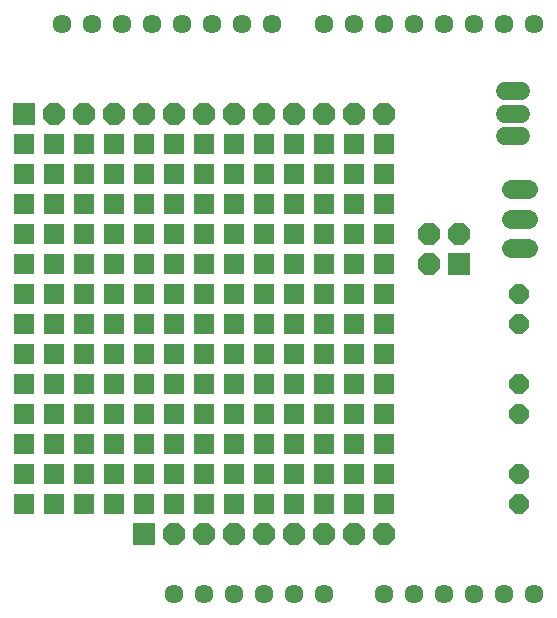
<source format=gbs>
G75*
G70*
%OFA0B0*%
%FSLAX24Y24*%
%IPPOS*%
%LPD*%
%AMOC8*
5,1,8,0,0,1.08239X$1,22.5*
%
%ADD10C,0.0635*%
%ADD11C,0.0640*%
%ADD12C,0.0596*%
%ADD13OC8,0.0640*%
%ADD14R,0.0720X0.0720*%
%ADD15OC8,0.0720*%
%ADD16R,0.0680X0.0680*%
D10*
X005752Y001181D03*
X006752Y001181D03*
X007752Y001181D03*
X008752Y001181D03*
X009752Y001181D03*
X010752Y001181D03*
X012752Y001181D03*
X013752Y001181D03*
X014752Y001181D03*
X015752Y001181D03*
X016752Y001181D03*
X017752Y001181D03*
X017752Y020181D03*
X016752Y020181D03*
X015752Y020181D03*
X014752Y020181D03*
X013752Y020181D03*
X012752Y020181D03*
X011752Y020181D03*
X010752Y020181D03*
X009002Y020181D03*
X008002Y020181D03*
X007002Y020181D03*
X006002Y020181D03*
X005002Y020181D03*
X004002Y020181D03*
X003002Y020181D03*
X002002Y020181D03*
D11*
X016982Y014665D02*
X017542Y014665D01*
X017542Y013681D02*
X016982Y013681D01*
X016982Y012697D02*
X017542Y012697D01*
D12*
X017309Y016429D02*
X016793Y016429D01*
X016793Y017181D02*
X017309Y017181D01*
X017309Y017929D02*
X016793Y017929D01*
D13*
X017252Y011181D03*
X017252Y010181D03*
X017252Y008181D03*
X017252Y007181D03*
X017252Y005181D03*
X017252Y004181D03*
D14*
X004752Y003181D03*
X015252Y012181D03*
X000752Y017181D03*
D15*
X001752Y017181D03*
X002752Y017181D03*
X003752Y017181D03*
X004752Y017181D03*
X005752Y017181D03*
X006752Y017181D03*
X007752Y017181D03*
X008752Y017181D03*
X009752Y017181D03*
X010752Y017181D03*
X011752Y017181D03*
X012752Y017181D03*
X014252Y013181D03*
X015252Y013181D03*
X014252Y012181D03*
X012752Y003181D03*
X011752Y003181D03*
X010752Y003181D03*
X009752Y003181D03*
X008752Y003181D03*
X007752Y003181D03*
X006752Y003181D03*
X005752Y003181D03*
D16*
X005752Y004181D03*
X006752Y004181D03*
X007752Y004181D03*
X008752Y004181D03*
X009752Y004181D03*
X010752Y004181D03*
X011752Y004181D03*
X012752Y004181D03*
X012752Y005181D03*
X011752Y005181D03*
X010752Y005181D03*
X009752Y005181D03*
X008752Y005181D03*
X007752Y005181D03*
X006752Y005181D03*
X005752Y005181D03*
X004752Y005181D03*
X003752Y005181D03*
X002752Y005181D03*
X001752Y005181D03*
X000752Y005181D03*
X000752Y006181D03*
X001752Y006181D03*
X002752Y006181D03*
X003752Y006181D03*
X004752Y006181D03*
X005752Y006181D03*
X006752Y006181D03*
X007752Y006181D03*
X008752Y006181D03*
X009752Y006181D03*
X010752Y006181D03*
X011752Y006181D03*
X012752Y006181D03*
X012752Y007181D03*
X011752Y007181D03*
X010752Y007181D03*
X009752Y007181D03*
X008752Y007181D03*
X007752Y007181D03*
X006752Y007181D03*
X005752Y007181D03*
X004752Y007181D03*
X003752Y007181D03*
X002752Y007181D03*
X001752Y007181D03*
X000752Y007181D03*
X000752Y008181D03*
X001752Y008181D03*
X002752Y008181D03*
X003752Y008181D03*
X004752Y008181D03*
X005752Y008181D03*
X006752Y008181D03*
X007752Y008181D03*
X008752Y008181D03*
X009752Y008181D03*
X010752Y008181D03*
X011752Y008181D03*
X012752Y008181D03*
X012752Y009181D03*
X011752Y009181D03*
X010752Y009181D03*
X009752Y009181D03*
X008752Y009181D03*
X007752Y009181D03*
X006752Y009181D03*
X005752Y009181D03*
X004752Y009181D03*
X003752Y009181D03*
X002752Y009181D03*
X001752Y009181D03*
X000752Y009181D03*
X000752Y010181D03*
X001752Y010181D03*
X002752Y010181D03*
X003752Y010181D03*
X004752Y010181D03*
X005752Y010181D03*
X006752Y010181D03*
X007752Y010181D03*
X008752Y010181D03*
X009752Y010181D03*
X010752Y010181D03*
X011752Y010181D03*
X012752Y010181D03*
X012752Y011181D03*
X011752Y011181D03*
X010752Y011181D03*
X009752Y011181D03*
X008752Y011181D03*
X007752Y011181D03*
X006752Y011181D03*
X005752Y011181D03*
X004752Y011181D03*
X003752Y011181D03*
X002752Y011181D03*
X001752Y011181D03*
X000752Y011181D03*
X000752Y012181D03*
X001752Y012181D03*
X002752Y012181D03*
X003752Y012181D03*
X004752Y012181D03*
X005752Y012181D03*
X006752Y012181D03*
X007752Y012181D03*
X008752Y012181D03*
X009752Y012181D03*
X010752Y012181D03*
X011752Y012181D03*
X012752Y012181D03*
X012752Y013181D03*
X011752Y013181D03*
X010752Y013181D03*
X009752Y013181D03*
X008752Y013181D03*
X007752Y013181D03*
X006752Y013181D03*
X005752Y013181D03*
X004752Y013181D03*
X003752Y013181D03*
X002752Y013181D03*
X001752Y013181D03*
X000752Y013181D03*
X000752Y014181D03*
X001752Y014181D03*
X002752Y014181D03*
X003752Y014181D03*
X004752Y014181D03*
X005752Y014181D03*
X006752Y014181D03*
X007752Y014181D03*
X008752Y014181D03*
X009752Y014181D03*
X010752Y014181D03*
X011752Y014181D03*
X012752Y014181D03*
X012752Y015181D03*
X011752Y015181D03*
X010752Y015181D03*
X009752Y015181D03*
X008752Y015181D03*
X007752Y015181D03*
X006752Y015181D03*
X005752Y015181D03*
X004752Y015181D03*
X003752Y015181D03*
X002752Y015181D03*
X001752Y015181D03*
X000752Y015181D03*
X000752Y016181D03*
X001752Y016181D03*
X002752Y016181D03*
X003752Y016181D03*
X004752Y016181D03*
X005752Y016181D03*
X006752Y016181D03*
X007752Y016181D03*
X008752Y016181D03*
X009752Y016181D03*
X010752Y016181D03*
X011752Y016181D03*
X012752Y016181D03*
X004752Y004181D03*
X003752Y004181D03*
X002752Y004181D03*
X001752Y004181D03*
X000752Y004181D03*
M02*

</source>
